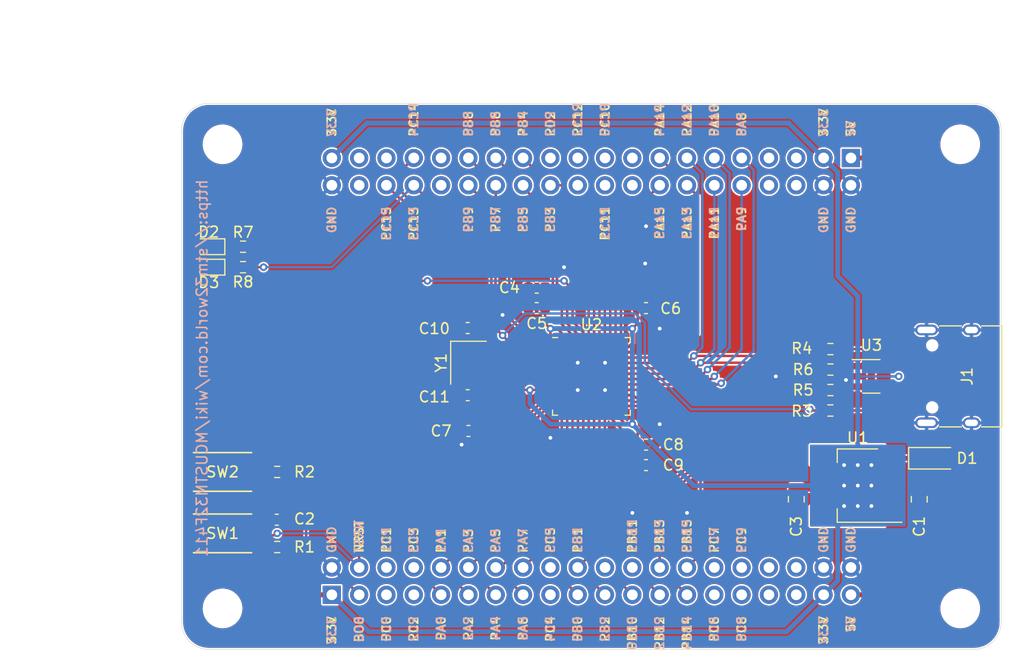
<source format=kicad_pcb>
(kicad_pcb (version 20211014) (generator pcbnew)
  (title_block (title "MCUSTM32F405") (rev "a") (company "STM32World") (comment 1 "lth@stm32world.com") (comment 2 "Lars Boegild Thomsen"))
  (layers (0 "F.Cu" signal) (31 "B.Cu" signal) (34 "B.Paste" user) (35 "F.Paste" user) (36 "B.SilkS" user "B.Silkscreen") (37 "F.SilkS" user "F.Silkscreen") (38 "B.Mask" user) (39 "F.Mask" user) (44 "Edge.Cuts" user))
  (net 0 "")
  (net 1 "+3V3")
  (net 2 "GND")
  (net 3 "PB9")
  (net 4 "PB8")
  (net 5 "PB7")
  (net 6 "PB6")
  (net 7 "PB5")
  (net 8 "PB4")
  (net 9 "PB3")
  (net 10 "Net-(C9-Pad1)")
  (net 14 "PA15")
  (net 15 "PA14")
  (net 16 "PA13")
  (net 17 "PA12")
  (net 18 "PA11")
  (net 19 "PA10")
  (net 20 "PA9")
  (net 21 "PA8")
  (net 26 "PB15")
  (net 27 "PB14")
  (net 28 "PB13")
  (net 29 "PB12")
  (net 31 "PB10")
  (net 32 "PB2")
  (net 33 "PB1")
  (net 34 "PB0")
  (net 37 "PA7")
  (net 38 "PA6")
  (net 39 "PA5")
  (net 40 "PA4")
  (net 41 "PA3")
  (net 42 "PA2")
  (net 43 "PA1")
  (net 44 "PA0")
  (net 49 "NRST")
  (net 50 "PC15")
  (net 51 "PC14")
  (net 52 "PC13")
  (net 53 "+5V")
  (net 55 "VBUS")
  (net 56 "Net-(D2-Pad1)")
  (net 57 "Net-(D3-Pad1)")
  (net 58 "BO0")
  (net 59 "Net-(C10-Pad1)")
  (net 61 "Net-(J1-PadA5)")
  (net 62 "Net-(J1-PadA7)")
  (net 63 "Net-(J1-PadA6)")
  (net 65 "Net-(J1-PadB5)")
  (net 83 "Net-(C11-Pad1)")
  (footprint "Diode_SMD:D_SOD-123" (layer "F.Cu") (at 184.15 109.22)
    (fp_text reference "D1")
    (fp_text value "~")
  )
  (footprint "stm32world:USB_C_Receptacle_HRO_TYPE-C-31-M-12" (layer "F.Cu") (at 186.69 101.6 90)
    (fp_text reference "J1")
    (fp_text value "~")
  )
  (footprint "stm32world:TS-1088R-02526" (layer "F.Cu") (at 118.11 116.205)
    (fp_text reference "SW1")
    (fp_text value "~")
  )
  (footprint "stm32world:TS-1088R-02526" (layer "F.Cu") (at 118.11 110.49 180)
    (fp_text reference "SW2")
    (fp_text value "~")
  )
  (footprint "Capacitor_SMD:C_0603_1608Metric" (layer "F.Cu") (at 147.32 95.25 180)
    (fp_text reference "C5")
    (fp_text value "C_100NF_0603")
  )
  (footprint "Capacitor_SMD:C_0603_1608Metric" (layer "F.Cu") (at 157.48 95.25)
    (fp_text reference "C6")
    (fp_text value "C_100NF_0603")
  )
  (footprint "Capacitor_SMD:C_0603_1608Metric" (layer "F.Cu") (at 140.97 106.68 180)
    (fp_text reference "C7")
    (fp_text value "C_100NF_0603")
  )
  (footprint "Capacitor_SMD:C_0603_1608Metric" (layer "F.Cu") (at 157.48 107.95)
    (fp_text reference "C8")
    (fp_text value "C_100NF_0603")
  )
  (footprint "Package_TO_SOT_SMD:SOT-223-3_TabPin2" (layer "F.Cu") (at 177.165 111.76 180)
    (fp_text reference "U1")
    (fp_text value "AMS1117-3.3")
  )
  (footprint "Capacitor_SMD:C_0805_2012Metric" (layer "F.Cu") (at 182.88 113.03 -90)
    (fp_text reference "C1")
    (fp_text value "C_10UF_0805")
  )
  (footprint "Capacitor_SMD:C_0603_1608Metric" (layer "F.Cu") (at 123.15 114.935)
    (fp_text reference "C2")
    (fp_text value "C_100NF_0603")
  )
  (footprint "Resistor_SMD:R_0603_1608Metric" (layer "F.Cu") (at 174.625 102.87)
    (fp_text reference "R5")
    (fp_text value "R_22_0603")
  )
  (footprint "Resistor_SMD:R_0603_1608Metric" (layer "F.Cu") (at 174.625 100.965)
    (fp_text reference "R6")
    (fp_text value "R_22_0603")
  )
  (footprint "LED_SMD:LED_0603_1608Metric" (layer "F.Cu") (at 116.84 89.535 180)
    (fp_text reference "D2")
    (fp_text value "LED_GREEN_0603")
  )
  (footprint "LED_SMD:LED_0603_1608Metric" (layer "F.Cu") (at 116.84 91.44 180)
    (fp_text reference "D3")
    (fp_text value "LED_BLUE_0603")
  )
  (footprint "Resistor_SMD:R_0603_1608Metric" (layer "F.Cu") (at 174.625 104.775)
    (fp_text reference "R3")
    (fp_text value "R_5.1K_0603")
  )
  (footprint "Resistor_SMD:R_0603_1608Metric" (layer "F.Cu") (at 174.625 99.06)
    (fp_text reference "R4")
    (fp_text value "R_5.1K_0603")
  )
  (footprint "Resistor_SMD:R_0603_1608Metric" (layer "F.Cu") (at 120.015 89.535)
    (fp_text reference "R7")
    (fp_text value "R_220_0603")
  )
  (footprint "Resistor_SMD:R_0603_1608Metric" (layer "F.Cu") (at 120.015 91.44)
    (fp_text reference "R8")
    (fp_text value "R_220_0603")
  )
  (footprint "Capacitor_SMD:C_0603_1608Metric" (layer "F.Cu") (at 140.9 97.1)
    (fp_text reference "C10")
    (fp_text value "C_20PF_0603")
  )
  (footprint "Capacitor_SMD:C_0603_1608Metric" (layer "F.Cu") (at 140.9 103.35 180)
    (fp_text reference "C11")
    (fp_text value "C_20PF_0603")
  )
  (footprint "stm32world:STM32WORLD_BASE" (layer "F.Cu") (at 152.4 101.6)
    (fp_text reference "J2" hide)
    (fp_text value "STM32WORLD_BASE")
  )
  (footprint "Package_TO_SOT_SMD:SOT-23-6" (layer "F.Cu") (at 178.435 101.6)
    (fp_text reference "U3")
    (fp_text value "SRV05-4")
  )
  (footprint "Capacitor_SMD:C_0603_1608Metric" (layer "F.Cu") (at 147.32 93.345 180)
    (fp_text reference "C4")
    (fp_text value "C_1UF_0603")
  )
  (footprint "Resistor_SMD:R_0603_1608Metric" (layer "F.Cu") (at 123.19 117.475 180)
    (fp_text reference "R1")
    (fp_text value "R_10K_0603")
  )
  (footprint "Resistor_SMD:R_0603_1608Metric" (layer "F.Cu") (at 123.19 110.49)
    (fp_text reference "R2")
    (fp_text value "R_10K_0603")
  )
  (footprint "Crystal:Crystal_SMD_3225-4Pin_3.2x2.5mm" (layer "F.Cu") (at 140.97 100.33 -90)
    (fp_text reference "Y1")
    (fp_text value "X_16MHZ")
  )
  (footprint "Capacitor_SMD:C_0805_2012Metric" (layer "F.Cu") (at 171.45 113.03 -90)
    (fp_text reference "C3")
    (fp_text value "C_10UF_0805")
  )
  (footprint "Capacitor_SMD:C_0603_1608Metric" (layer "F.Cu") (at 157.48 109.855)
    (fp_text reference "C9")
    (fp_text value "C_4.7UF_0603")
  )
  (footprint "Package_DFN_QFN:QFN-48-1EP_7x7mm_P0.5mm_EP5.6x5.6mm" (layer "F.Cu") (at 152.4 101.6)
    (fp_text reference "U2")
    (fp_text value "STM32F411CEUx")
  )
  (gr_line (start 114.3 124.46) (end 114.3 78.74) (layer "Edge.Cuts") (width 0.05))
  (gr_line (start 116.84 76.2) (end 187.96 76.2) (layer "Edge.Cuts") (width 0.05))
  (gr_line (start 187.96 127) (end 116.84 127) (layer "Edge.Cuts") (width 0.05))
  (gr_arc (start 116.84 127) (mid 115.043949 126.256051) (end 114.3 124.46) (layer "Edge.Cuts") (width 0.05))
  (gr_arc (start 190.5 124.46) (mid 189.756051 126.256051) (end 187.96 127) (layer "Edge.Cuts") (width 0.05))
  (gr_line (start 190.5 78.74) (end 190.5 124.46) (layer "Edge.Cuts") (width 0.05))
  (gr_arc (start 187.96 76.2) (mid 189.756051 76.943949) (end 190.5 78.74) (layer "Edge.Cuts") (width 0.05))
  (gr_arc (start 114.3 78.74) (mid 115.043949 76.943949) (end 116.84 76.2) (layer "Edge.Cuts") (width 0.05))
  (segment (start 155.15 105.0375) (end 155.15 105.62) (width 0.2286) (layer "F.Cu") (net 1))
  (segment (start 148.59 98.4775) (end 148.9625 98.85) (width 0.2286) (layer "F.Cu") (net 1))
  (segment (start 156.705 107.95) (end 156.705 106.54) (width 0.2286) (layer "F.Cu") (net 1))
  (segment (start 179.535 101.6) (end 180.975 101.6) (width 0.2286) (layer "F.Cu") (net 1))
  (segment (start 155.575 106.045) (end 156.21 106.045) (width 0.2286) (layer "F.Cu") (net 1))
  (segment (start 156.705 96.66) (end 156.21 97.155) (width 0.2286) (layer "F.Cu") (net 1))
  (segment (start 149.65 97.58) (end 149.225 97.155) (width 0.2286) (layer "F.Cu") (net 1))
  (segment (start 149.225 97.155) (end 148.59 97.155) (width 0.2286) (layer "F.Cu") (net 1))
  (segment (start 148.095 96.66) (end 148.59 97.155) (width 0.2286) (layer "F.Cu") (net 1))
  (segment (start 141.745 105.455) (end 141.745 106.68) (width 0.2286) (layer "F.Cu") (net 1))
  (segment (start 146.665 102.85) (end 146.685 102.87) (width 0.2286) (layer "F.Cu") (net 1))
  (segment (start 118.947988 117.623525) (end 121.947231 120.622769) (width 0.4572) (layer "F.Cu") (net 1))
  (segment (start 115.91 110.49) (end 118.947988 113.527988) (width 0.4572) (layer "F.Cu") (net 1))
  (segment (start 148.095 95.25) (end 148.095 96.66) (width 0.2286) (layer "F.Cu") (net 1))
  (segment (start 156.21 98.4775) (end 156.21 97.155) (width 0.2286) (layer "F.Cu") (net 1))
  (segment (start 148.9625 102.85) (end 146.705 102.85) (width 0.2286) (layer "F.Cu") (net 1))
  (segment (start 144.35 102.85) (end 146.665 102.85) (width 0.2286) (layer "F.Cu") (net 1))
  (segment (start 116.0525 89.535) (end 116.0525 110.3475) (width 0.4572) (layer "F.Cu") (net 1))
  (segment (start 155.15 105.62) (end 155.575 106.045) (width 0.2286) (layer "F.Cu") (net 1))
  (segment (start 148.095 93.345) (end 148.095 95.25) (width 0.2286) (layer "F.Cu") (net 1))
  (segment (start 148.59 97.155) (end 148.59 98.4775) (width 0.2286) (layer "F.Cu") (net 1))
  (segment (start 124.015 117.475) (end 124.015 118.555) (width 0.2286) (layer "F.Cu") (net 1))
  (segment (start 156.705 106.54) (end 156.21 106.045) (width 0.2286) (layer "F.Cu") (net 1))
  (segment (start 156.705 95.25) (end 156.705 96.66) (width 0.2286) (layer "F.Cu") (net 1))
  (segment (start 146.705 102.85) (end 146.685 102.87) (width 0.2286) (layer "F.Cu") (net 1))
  (segment (start 155.8375 98.85) (end 156.21 98.4775) (width 0.2286) (layer "F.Cu") (net 1))
  (segment (start 124.015 118.555) (end 121.947231 120.622769) (width 0.2286) (layer "F.Cu") (net 1))
  (segment (start 121.947231 120.622769) (end 123.244463 121.92) (width 0.4572) (layer "F.Cu") (net 1))
  (segment (start 123.244463 121.92) (end 128.27 121.92) (width 0.4572) (layer "F.Cu") (net 1))
  (segment (start 118.947988 113.527988) (end 118.947988 117.623525) (width 0.4572) (layer "F.Cu") (net 1))
  (segment (start 171.45 112.08) (end 173.695 112.08) (width 0.4572) (layer "F.Cu") (net 1))
  (segment (start 149.65 98.1625) (end 149.65 97.58) (width 0.2286) (layer "F.Cu") (net 1))
  (segment (start 178.435 111.76) (end 180.315 111.76) (width 0.4572) (layer "F.Cu") (net 1))
  (segment (start 144.35 102.85) (end 141.745 105.455) (width 0.2286) (layer "F.Cu") (net 1))
  (via locked (at 178.435 109.855) (size 0.7) (drill 0.35) (layers "F.Cu" "B.Cu") (net 1))
  (via locked (at 177.165 109.855) (size 0.7) (drill 0.35) (layers "F.Cu" "B.Cu") (net 1))
  (via locked (at 175.895 109.855) (size 0.7) (drill 0.35) (layers "F.Cu" "B.Cu") (net 1))
  (via locked (at 175.895 113.665) (size 0.7) (drill 0.35) (layers "F.Cu" "B.Cu") (net 1))
  (via locked (at 177.165 113.665) (size 0.7) (drill 0.35) (layers "F.Cu" "B.Cu") (net 1))
  (via locked (at 178.435 113.665) (size 0.7) (drill 0.35) (layers "F.Cu" "B.Cu") (net 1))
  (via locked (at 148.59 97.155) (size 0.7) (drill 0.35) (layers "F.Cu" "B.Cu") (net 1))
  (via locked (at 156.21 97.155) (size 0.7) (drill 0.35) (layers "F.Cu" "B.Cu") (net 1))
  (via (at 180.975 101.6) (size 0.7) (drill 0.35) (layers "F.Cu" "B.Cu") (net 1))
  (via locked (at 175.895 111.76) (size 0.7) (drill 0.35) (layers "F.Cu" "B.Cu") (net 1))
  (via locked (at 156.21 106.045) (size 0.7) (drill 0.35) (layers "F.Cu" "B.Cu") (net 1))
  (via locked (at 177.165 111.76) (size 0.7) (drill 0.35) (layers "F.Cu" "B.Cu") (net 1))
  (via (at 178.435 111.76) (size 0.7) (drill 0.35) (layers "F.Cu" "B.Cu") (net 1))
  (via locked (at 146.685 102.87) (size 0.7) (drill 0.35) (layers "F.Cu" "B.Cu") (net 1))
  (segment (start 177.165 101.6) (end 180.975 101.6) (width 0.2286) (layer "B.Cu") (net 1))
  (segment (start 177.165 94.125) (end 177.165 101.6) (width 0.4572) (layer "B.Cu") (net 1))
  (segment (start 148.59 106.045) (end 146.685 104.14) (width 0.4572) (layer "B.Cu") (net 1))
  (segment (start 175.298999 82.588999) (end 175.298999 92.258999) (width 0.4572) (layer "B.Cu") (net 1))
  (segment (start 170.74 78.03) (end 131.52 78.03) (width 0.4572) (layer "B.Cu") (net 1))
  (segment (start 173.99 121.92) (end 170.56 125.35) (width 0.4572) (layer "B.Cu") (net 1))
  (segment (start 173.99 81.28) (end 175.298999 82.588999) (width 0.4572) (layer "B.Cu") (net 1))
  (segment (start 161.925 111.76) (end 177.165 111.76) (width 0.4572) (layer "B.Cu") (net 1))
  (segment (start 175.298999 115.531001) (end 175.298999 120.611001) (width 0.4572) (layer "B.Cu") (net 1))
  (segment (start 156.21 97.155) (end 148.59 97.155) (width 0.4572) (layer "B.Cu") (net 1))
  (segment (start 175.298999 92.258999) (end 177.165 94.125) (width 0.4572) (layer "B.Cu") (net 1))
  (segment (start 177.165 113.665) (end 175.298999 115.531001) (width 0.4572) (layer "B.Cu") (net 1))
  (segment (start 156.21 106.045) (end 148.59 106.045) (width 0.4572) (layer "B.Cu") (net 1))
  (segment (start 175.298999 120.611001) (end 173.99 121.92) (width 0.4572) (layer "B.Cu") (net 1))
  (segment (start 170.56 125.35) (end 131.7 125.35) (width 0.4572) (layer "B.Cu") (net 1))
  (segment (start 146.685 104.14) (end 146.685 102.87) (width 0.4572) (layer "B.Cu") (net 1))
  (segment (start 131.7 125.35) (end 128.27 121.92) (width 0.4572) (layer "B.Cu") (net 1))
  (segment (start 161.925 111.76) (end 156.21 106.045) (width 0.4572) (layer "B.Cu") (net 1))
  (segment (start 173.99 81.28) (end 170.74 78.03) (width 0.4572) (layer "B.Cu") (net 1))
  (segment (start 131.52 78.03) (end 128.27 81.28) (width 0.4572) (layer "B.Cu") (net 1))
  (segment (start 177.165 101.6) (end 177.165 109.855) (width 0.4572) (layer "B.Cu") (net 1))
  (segment (start 156.21 106.045) (end 156.21 97.155) (width 0.4572) (layer "B.Cu") (net 1))
  (segment (start 155.8375 99.35) (end 154.65 99.35) (width 0.2286) (layer "F.Cu") (net 2))
  (segment (start 148.9625 102.35) (end 151.65 102.35) (width 0.2286) (layer "F.Cu") (net 2))
  (segment (start 150.15 98.1625) (end 150.15 99.35) (width 0.2286) (layer "F.Cu") (net 2))
  (segment (start 154.65 105.0375) (end 154.65 103.85) (width 0.2286) (layer "F.Cu") (net 2))
  (via locked (at 158.75 106.045) (size 0.7) (drill 0.35) (layers "F.Cu" "B.Cu") (net 2))
  (via (at 156.21 114.3) (size 0.7) (drill 0.35) (layers "F.Cu" "B.Cu") (net 2))
  (via (at 161.29 114.3) (size 0.7) (drill 0.35) (layers "F.Cu" "B.Cu") (net 2))
  (via (at 151.13 102.87) (size 0.7) (drill 0.35) (layers "F.Cu" "B.Cu") (net 2))
  (via (at 157.4 91.1) (size 0.7) (drill 0.35) (layers "F.Cu" "B.Cu") (net 2))
  (via (at 176.07 101.9338) (size 0.7) (drill 0.35) (layers "F.Cu" "B.Cu") (net 2))
  (via locked (at 148.59 107.315) (size 0.7) (drill 0.35) (layers "F.Cu" "B.Cu") (net 2))
  (via (at 157.48 87.63) (size 0.7) (drill 0.35) (layers "F.Cu" "B.Cu") (net 2))
  (via (at 158.75 97.155) (size 0.7) (drill 0.35) (layers "F.Cu" "B.Cu") (net 2))
  (via (at 151.13 100.33) (size 0.7) (drill 0.35) (layers "F.Cu" "B.Cu") (net 2))
  (via (at 140.335 107.95) (size 0.7) (drill 0.35) (layers "F.Cu" "B.Cu") (net 2))
  (via (at 149.86 91.44) (size 0.7) (drill 0.35) (layers "F.Cu" "B.Cu") (net 2))
  (via (at 153.67 102.87) (size 0.7) (drill 0.35) (layers "F.Cu" "B.Cu") (net 2))
  (via (at 169.545 101.6) (size 0.7) (drill 0.35) (layers "F.Cu" "B.Cu") (net 2))
  (via (at 153.67 100.33) (size 0.7) (drill 0.35) (layers "F.Cu" "B.Cu") (net 2))
  (via locked (at 144.145 95.885) (size 0.7) (drill 0.35) (layers "F.Cu" "B.Cu") (net 2))
  (segment (start 148.816725 89.892831) (end 148.816725 93.118275) (width 0.2286) (layer "F.Cu") (net 3))
  (segment (start 140.97 83.82) (end 144.281022 87.131022) (width 0.2286) (layer "F.Cu") (net 3))
  (segment (start 144.281022 87.131022) (end 146.054916 87.131022) (width 0.2286) (layer "F.Cu") (net 3))
  (segment (start 146.054916 87.131022) (end 148.816725 89.892831) (width 0.2286) (layer "F.Cu") (net 3))
  (segment (start 150.65 97.76012) (end 150.65 98.1625) (width 0.2286) (layer "F.Cu") (net 3))
  (segment (start 148.816725 93.118275) (end 149.65 93.95155) (width 0.2286) (layer "F.Cu") (net 3))
  (segment (start 149.65 93.95155) (end 149.65 96.76012) (width 0.2286) (layer "F.Cu") (net 3))
  (segment (start 149.65 96.76012) (end 150.65 97.76012) (width 0.2286) (layer "F.Cu") (net 3))
  (segment (start 144.337821 86.518991) (end 142.215581 84.396751) (width 0.2286) (layer "F.Cu") (net 4))
  (segment (start 151.15 97.692578) (end 150.15 96.692578) (width 0.2286) (layer "F.Cu") (net 4))
  (segment (start 150.15 96.692578) (end 150.15 93.91272) (width 0.2286) (layer "F.Cu") (net 4))
  (segment (start 142.215581 82.525581) (end 140.97 81.28) (width 0.2286) (layer "F.Cu") (net 4))
  (segment (start 142.215581 84.396751) (end 142.215581 82.525581) (width 0.2286) (layer "F.Cu") (net 4))
  (segment (start 151.15 98.1625) (end 151.15 97.692578) (width 0.2286) (layer "F.Cu") (net 4))
  (segment (start 150.15 93.91272) (end 149.197736 92.960456) (width 0.2286) (layer "F.Cu") (net 4))
  (segment (start 145.981009 86.518991) (end 144.337821 86.518991) (width 0.2286) (layer "F.Cu") (net 4))
  (segment (start 149.197736 92.960456) (end 149.197736 89.735718) (width 0.2286) (layer "F.Cu") (net 4))
  (segment (start 149.197736 89.735718) (end 145.981009 86.518991) (width 0.2286) (layer "F.Cu") (net 4))
  (segment (start 146.277711 85.317711) (end 143.80563 85.317711) (width 0.2286) (layer "F.Cu") (net 5))
  (segment (start 150.589734 86.079734) (end 147.039734 86.079734) (width 0.2286) (layer "F.Cu") (net 5))
  (segment (start 152.15 98.1625) (end 152.15 87.64) (width 0.2286) (layer "F.Cu") (net 5))
  (segment (start 147.039734 86.079734) (end 146.277711 85.317711) (width 0.2286) (layer "F.Cu") (net 5))
  (segment (start 143.80563 85.317711) (end 143.51 85.022081) (width 0.2286) (layer "F.Cu") (net 5))
  (segment (start 143.51 85.022081) (end 143.51 83.82) (width 0.2286) (layer "F.Cu") (net 5))
  (segment (start 152.15 87.64) (end 150.589734 86.079734) (width 0.2286) (layer "F.Cu") (net 5))
  (segment (start 144.626701 84.590211) (end 144.97319 84.9367) (width 0.2286) (layer "F.Cu") (net 6))
  (segment (start 144.97319 84.9367) (end 146.43553 84.9367) (width 0.2286) (layer "F.Cu") (net 6))
  (segment (start 143.51 81.28) (end 144.626701 82.396701) (width 0.2286) (layer "F.Cu") (net 6))
  (segment (start 150.747347 85.699223) (end 152.65 87.601876) (width 0.2286) (layer "F.Cu") (net 6))
  (segment (start 152.65 87.601876) (end 152.65 98.1625) (width 0.2286) (layer "F.Cu") (net 6))
  (segment (start 144.626701 82.396701) (end 144.626701 84.590211) (width 0.2286) (layer "F.Cu") (net 6))
  (segment (start 146.43553 84.9367) (end 147.197553 85.698723) (width 0.2286) (layer "F.Cu") (net 6))
  (segment (start 149.734353 85.698723) (end 149.734853 85.699223) (width 0.2286) (layer "F.Cu") (net 6))
  (segment (start 147.197553 85.698723) (end 149.734353 85.698723) (width 0.2286) (layer "F.Cu") (net 6))
  (segment (start 149.734853 85.699223) (end 150.747347 85.699223) (width 0.2286) (layer "F.Cu") (net 6))
  (segment (start 146.05 84.01234) (end 147.355372 85.317712) (width 0.2286) (layer "F.Cu") (net 7))
  (segment (start 149.891466 85.317712) (end 149.892466 85.318712) (width 0.2286) (layer "F.Cu") (net 7))
  (segment (start 150.90496 85.318712) (end 151.575225 85.988978) (width 0.2286) (layer "F.Cu") (net 7))
  (segment (start 153.15 87.433751) (end 153.15 98.1625) (width 0.2286) (layer "F.Cu") (net 7))
  (segment (start 147.355372 85.317712) (end 149.891466 85.317712) (width 0.2286) (layer "F.Cu") (net 7))
  (segment (start 149.892466 85.318712) (end 150.90496 85.318712) (width 0.2286) (layer "F.Cu") (net 7))
  (segment (start 151.575225 85.988978) (end 151.705227 85.988978) (width 0.2286) (layer "F.Cu") (net 7))
  (segment (start 151.705227 85.988978) (end 153.15 87.433751) (width 0.2286) (layer "F.Cu") (net 7))
  (segment (start 147.166701 82.396701) (end 147.166701 84.590211) (width 0.2286) (layer "F.Cu") (net 8))
  (segment (start 153.530511 87.276153) (end 153.65 87.395642) (width 0.2286) (layer "F.Cu") (net 8))
  (segment (start 151.191073 84.936701) (end 153.530511 87.276139) (width 0.2286) (layer "F.Cu") (net 8))
  (segment (start 153.530511 87.276139) (end 153.530511 87.276153) (width 0.2286) (layer "F.Cu") (net 8))
  (segment (start 153.65 87.395642) (end 153.65 98.1625) (width 0.2286) (layer "F.Cu") (net 8))
  (segment (start 147.513191 84.936701) (end 151.191073 84.936701) (width 0.2286) (layer "F.Cu") (net 8))
  (segment (start 146.05 81.28) (end 147.166701 82.396701) (width 0.2286) (layer "F.Cu") (net 8))
  (segment (start 147.166701 84.590211) (end 147.513191 84.936701) (width 0.2286) (layer "F.Cu") (net 8))
  (segment (start 148.59 83.82) (end 149.792081 83.82) (width 0.2286) (layer "F.Cu") (net 9))
  (segment (start 150.667649 82.703789) (end 151.592351 82.703789) (width 0.2286) (layer "F.Cu") (net 9))
  (segment (start 152.246211 84.282351) (end 154.15 86.18614) (width 0.2286) (layer "F.Cu") (net 9))
  (segment (start 150.013789 83.357649) (end 150.667649 82.703789) (width 0.2286) (layer "F.Cu") (net 9))
  (segment (start 149.792081 83.82) (end 150.013789 83.598292) (width 0.2286) (layer "F.Cu") (net 9))
  (segment (start 151.592351 82.703789) (end 152.246211 83.357649) (width 0.2286) (layer "F.Cu") (net 9))
  (segment (start 154.15 86.18614) (end 154.15 98.1625) (width 0.2286) (layer "F.Cu") (net 9))
  (segment (start 152.246211 83.357649) (end 152.246211 84.282351) (width 0.2286) (layer "F.Cu") (net 9))
  (segment (start 150.013789 83.598292) (end 150.013789 83.357649) (width 0.2286) (layer "F.Cu") (net 9))
  (segment (start 155.98878 109.13878) (end 155.98878 107.27866) (width 0.2286) (layer "F.Cu") (net 10))
  (segment (start 156.705 109.855) (end 155.98878 109.13878) (width 0.2286) (layer "F.Cu") (net 10))
  (segment (start 155.98878 107.27866) (end 154.15 105.43988) (width 0.2286) (layer "F.Cu") (net 10))
  (segment (start 154.15 105.43988) (end 154.15 105.0375) (width 0.2286) (layer "F.Cu") (net 10))
  (segment (start 157.225511 85.344489) (end 155.725949 85.344489) (width 0.2286) (layer "F.Cu") (net 14))
  (segment (start 154.65 86.420438) (end 154.65 98.1625) (width 0.2286) (layer "F.Cu") (net 14))
  (segment (start 158.75 83.82) (end 157.225511 85.344489) (width 0.2286) (layer "F.Cu") (net 14))
  (segment (start 155.725949 85.344489) (end 154.65 86.420438) (width 0.2286) (layer "F.Cu") (net 14))
  (segment (start 155.883562 85.725) (end 158.423562 85.725) (width 0.2286) (layer "F.Cu") (net 15))
  (segment (start 160.02 82.55) (end 158.75 81.28) (width 0.2286) (layer "F.Cu") (net 15))
  (segment (start 158.423562 85.725) (end 160.02 84.128562) (width 0.2286) (layer "F.Cu") (net 15))
  (segment (start 155.15 86.458562) (end 155.883562 85.725) (width 0.2286) (layer "F.Cu") (net 15))
  (segment (start 160.02 84.128562) (end 160.02 82.55) (width 0.2286) (layer "F.Cu") (net 15))
  (segment (start 155.15 98.1625) (end 155.15 86.458562) (width 0.2286) (layer "F.Cu") (net 15))
  (segment (start 162.306009 97.643991) (end 162.306009 84.836009) (width 0.2286) (layer "F.Cu") (net 16))
  (segment (start 162.306009 84.836009) (end 161.29 83.82) (width 0.2286) (layer "F.Cu") (net 16))
  (segment (start 160.1 99.85) (end 162.306009 97.643991) (width 0.2286) (layer "F.Cu") (net 16))
  (segment (start 155.8375 99.85) (end 160.1 99.85) (width 0.2286) (layer "F.Cu") (net 16))
  (segment (start 161.27 100.35) (end 161.925 99.695) (width 0.2286) (layer "F.Cu") (net 17))
  (segment (start 173.005 99.695) (end 161.925 99.695) (width 0.2286) (layer "F.Cu") (net 17))
  (segment (start 173.8 100.965) (end 173.8 100.49) (width 0.2286) (layer "F.Cu") (net 17))
  (segment (start 155.8375 100.35) (end 161.27 100.35) (width 0.2286) (layer "F.Cu") (net 17))
  (segment (start 173.8 100.49) (end 173.005 99.695) (width 0.2286) (layer "F.Cu") (net 17))
  (via (at 161.925 99.695) (size 0.7) (drill 0.35) (layers "F.Cu" "B.Cu") (net 17))
  (segment (start 161.29 81.28) (end 162.713299 82.703299) (width 0.2286) (layer "B.Cu") (net 17))
  (segment (start 162.713299 98.906701) (end 161.925 99.695) (width 0.2286) (layer "B.Cu") (net 17))
  (segment (start 162.713299 82.703299) (end 162.713299 98.906701) (width 0.2286) (layer "B.Cu") (net 17))
  (segment (start 155.8375 100.85) (end 162.04 100.85) (width 0.2286) (layer "F.Cu") (net 18))
  (segment (start 173.8 102.87) (end 173.8 102.395) (width 0.2286) (layer "F.Cu") (net 18))
  (segment (start 173.8 102.395) (end 171.735 100.33) (width 0.2286) (layer "F.Cu") (net 18))
  (segment (start 162.04 100.85) (end 162.56 100.33) (width 0.2286) (layer "F.Cu") (net 18))
  (segment (start 171.735 100.33) (end 162.56 100.33) (width 0.2286) (layer "F.Cu") (net 18))
  (via locked (at 162.56 100.33) (size 0.7) (drill 0.35) (layers "F.Cu" "B.Cu") (net 18))
  (segment (start 162.56 100.33) (end 163.83 99.06) (width 0.2286) (layer "B.Cu") (net 18))
  (segment (start 163.83 83.82) (end 163.83 99.06) (width 0.2286) (layer "B.Cu") (net 18))
  (segment (start 155.8375 101.35) (end 162.81 101.35) (width 0.2286) (layer "F.Cu") (net 19))
  (segment (start 162.81 101.35) (end 163.195 100.965) (width 0.2286) (layer "F.Cu") (net 19))
  (via locked (at 163.195 100.965) (size 0.7) (drill 0.35) (layers "F.Cu" "B.Cu") (net 19))
  (segment (start 165.253299 82.703299) (end 163.83 81.28) (width 0.2286) (layer "B.Cu") (net 19))
  (segment (start 165.253299 98.906701) (end 165.253299 82.703299) (width 0.2286) (layer "B.Cu") (net 19))
  (segment (start 163.195 100.965) (end 165.253299 98.906701) (width 0.2286) (layer "B.Cu") (net 19))
  (segment (start 155.8375 101.85) (end 163.58 101.85) (width 0.2286) (layer "F.Cu") (net 20))
  (segment (start 163.58 101.85) (end 163.83 101.6) (width 0.2286) (layer "F.Cu") (net 20))
  (via locked (at 163.83 101.6) (size 0.7) (drill 0.35) (layers "F.Cu" "B.Cu") (net 20))
  (segment (start 163.83 101.6) (end 166.37 99.06) (width 0.2286) (layer "B.Cu") (net 20))
  (segment (start 166.37 99.06) (end 166.37 83.82) (width 0.2286) (layer "B.Cu") (net 20))
  (segment (start 155.8375 102.35) (end 164.35 102.35) (width 0.2286) (layer "F.Cu") (net 21))
  (segment (start 164.35 102.35) (end 164.465 102.235) (width 0.2286) (layer "F.Cu") (net 21))
  (via locked (at 164.465 102.235) (size 0.7) (drill 0.35) (layers "F.Cu" "B.Cu") (net 21))
  (segment (start 164.465 102.235) (end 167.486701 99.213299) (width 0.2286) (layer "B.Cu") (net 21))
  (segment (start 167.486701 99.213299) (end 167.486701 82.396701) (width 0.2286) (layer "B.Cu") (net 21))
  (segment (start 167.486701 82.396701) (end 166.37 81.28) (width 0.2286) (layer "B.Cu") (net 21))
  (segment (start 162.549206 106.68) (end 159.077673 103.208467) (width 0.2286) (layer "F.Cu") (net 26))
  (segment (start 161.29 119.38) (end 162.549206 118.120794) (width 0.2286) (layer "F.Cu") (net 26))
  (segment (start 162.549206 118.120794) (end 162.549206 106.68) (width 0.2286) (layer "F.Cu") (net 26))
  (segment (start 159.077673 103.208467) (end 157.178467 103.208467) (width 0.2286) (layer "F.Cu") (net 26))
  (segment (start 156.82 102.85) (end 155.8375 102.85) (width 0.2286) (layer "F.Cu") (net 26))
  (segment (start 157.178467 103.208467) (end 156.82 102.85) (width 0.2286) (layer "F.Cu") (net 26))
  (segment (start 160.173299 120.803299) (end 160.173299 112.241701) (width 0.2286) (layer "F.Cu") (net 27))
  (segment (start 156.307422 103.35) (end 155.8375 103.35) (width 0.2286) (layer "F.Cu") (net 27))
  (segment (start 162.033723 106.703345) (end 158.919356 103.588978) (width 0.2286) (layer "F.Cu") (net 27))
  (segment (start 162.033723 110.381277) (end 162.033723 106.703345) (width 0.2286) (layer "F.Cu") (net 27))
  (segment (start 161.29 121.92) (end 160.173299 120.803299) (width 0.2286) (layer "F.Cu") (net 27))
  (segment (start 156.5464 103.588978) (end 156.307422 103.35) (width 0.2286) (layer "F.Cu") (net 27))
  (segment (start 160.173299 112.241701) (end 162.033723 110.381277) (width 0.2286) (layer "F.Cu") (net 27))
  (segment (start 158.919356 103.588978) (end 156.5464 103.588978) (width 0.2286) (layer "F.Cu") (net 27))
  (segment (start 156.359369 103.969489) (end 156.23988 103.85) (width 0.2286) (layer "F.Cu") (net 28))
  (segment (start 161.652712 110.223458) (end 161.652712 106.861873) (width 0.2286) (layer "F.Cu") (net 28))
  (segment (start 156.23988 103.85) (end 155.8375 103.85) (width 0.2286) (layer "F.Cu") (net 28))
  (segment (start 158.75 113.12617) (end 161.652712 110.223458) (width 0.2286) (layer "F.Cu") (net 28))
  (segment (start 161.652712 106.861873) (end 158.760328 103.969489) (width 0.2286) (layer "F.Cu") (net 28))
  (segment (start 158.760328 103.969489) (end 156.359369 103.969489) (width 0.2286) (layer "F.Cu") (net 28))
  (segment (start 158.75 119.38) (end 158.75 113.12617) (width 0.2286) (layer "F.Cu") (net 28))
  (segment (start 161.271701 110.065639) (end 157.633299 113.704041) (width 0.2286) (layer "F.Cu") (net 29))
  (segment (start 161.271701 107.018985) (end 161.271701 110.065639) (width 0.2286) (layer "F.Cu") (net 29))
  (segment (start 157.633299 120.803299) (end 158.75 121.92) (width 0.2286) (layer "F.Cu") (net 29))
  (segment (start 157.633299 113.704041) (end 157.633299 120.803299) (width 0.2286) (layer "F.Cu") (net 29))
  (segment (start 158.602716 104.35) (end 161.271701 107.018985) (width 0.2286) (layer "F.Cu") (net 29))
  (segment (start 155.8375 104.35) (end 158.602716 104.35) (width 0.2286) (layer "F.Cu") (net 29))
  (segment (start 155.093299 119.093299) (end 155.093299 120.803299) (width 0.2286) (layer "F.Cu") (net 31))
  (segment (start 153.65 117.65) (end 155.093299 119.093299) (width 0.2286) (layer "F.Cu") (net 31))
  (segment (start 153.65 105.0375) (end 153.65 117.65) (width 0.2286) (layer "F.Cu") (net 31))
  (segment (start 155.093299 120.803299) (end 156.21 121.92) (width 0.2286) (layer "F.Cu") (net 31))
  (segment (start 153.15 105.0375) (end 153.15 118.232898) (width 0.2286) (layer "F.Cu") (net 32))
  (segment (start 152.553299 120.803299) (end 153.67 121.92) (width 0.2286) (layer "F.Cu") (net 32))
  (segment (start 153.15 118.232898) (end 152.553299 118.8296) (width 0.2286) (layer "F.Cu") (net 32))
  (segment (start 152.553299 118.8296) (end 152.553299 120.803299) (width 0.2286) (layer "F.Cu") (net 32))
  (segment (start 152.65 117.86) (end 151.13 119.38) (width 0.2286) (layer "F.Cu") (net 33))
  (segment (start 152.65 105.0375) (end 152.65 117.86) (width 0.2286) (layer "F.Cu") (net 33))
  (segment (start 152.15 105.0375) (end 152.15 116.707282) (width 0.2286) (layer "F.Cu") (net 34))
  (segment (start 150.013299 120.803299) (end 151.13 121.92) (width 0.2286) (layer "F.Cu") (net 34))
  (segment (start 152.15 116.707282) (end 150.013299 118.843983) (width 0.2286) (layer "F.Cu") (net 34))
  (segment (start 150.013299 118.843983) (end 150.013299 120.803299) (width 0.2286) (layer "F.Cu") (net 34))
  (segment (start 146.05 119.38) (end 147.205771 118.224229) (width 0.2286) (layer "F.Cu") (net 37))
  (segment (start 148.948285 118.224229) (end 151.65 115.522514) (width 0.2286) (layer "F.Cu") (net 37))
  (segment (start 147.205771 118.224229) (end 148.948285 118.224229) (width 0.2286) (layer "F.Cu") (net 37))
  (segment (start 151.65 115.522514) (end 151.65 105.0375) (width 0.2286) (layer "F.Cu") (net 37))
  (segment (start 151.15 115.484374) (end 151.15 105.0375) (width 0.2286) (layer "F.Cu") (net 38))
  (segment (start 148.790656 117.843718) (end 151.15 115.484374) (width 0.2286) (layer "F.Cu") (net 38))
  (segment (start 146.005022 117.843718) (end 148.790656 117.843718) (width 0.2286) (layer "F.Cu") (net 38))
  (segment (start 144.933299 120.803299) (end 144.933299 118.915441) (width 0.2286) (layer "F.Cu") (net 38))
  (segment (start 144.933299 118.915441) (end 146.005022 117.843718) (width 0.2286) (layer "F.Cu") (net 38))
  (segment (start 146.05 121.92) (end 144.933299 120.803299) (width 0.2286) (layer "F.Cu") (net 38))
  (segment (start 143.930617 119.38) (end 145.84741 117.463207) (width 0.2286) (layer "F.Cu") (net 39))
  (segment (start 145.84741 117.463207) (end 148.633042 117.463207) (width 0.2286) (layer "F.Cu") (net 39))
  (segment (start 143.726246 119.38) (end 143.930617 119.38) (width 0.2286) (layer "F.Cu") (net 39))
  (segment (start 148.633042 117.463207) (end 150.65 115.446249) (width 0.2286) (layer "F.Cu") (net 39))
  (segment (start 150.65 115.446249) (end 150.65 105.0375) (width 0.2286) (layer "F.Cu") (net 39))
  (segment (start 150.15 115.408124) (end 150.15 105.0375) (width 0.2286) (layer "F.Cu") (net 40))
  (segment (start 144.519279 118.253214) (end 145.689797 117.082696) (width 0.2286) (layer "F.Cu") (net 40))
  (segment (start 148.475428 117.082696) (end 150.15 115.408124) (width 0.2286) (layer "F.Cu") (net 40))
  (segment (start 143.51 121.92) (end 142.393299 120.803299) (width 0.2286) (layer "F.Cu") (net 40))
  (segment (start 142.393299 120.803299) (end 142.393299 118.8996) (width 0.2286) (layer "F.Cu") (net 40))
  (segment (start 142.393299 118.8996) (end 143.039685 118.253214) (width 0.2286) (layer "F.Cu") (net 40))
  (segment (start 143.039685 118.253214) (end 144.519279 118.253214) (width 0.2286) (layer "F.Cu") (net 40))
  (segment (start 145.689797 117.082696) (end 148.475428 117.082696) (width 0.2286) (layer "F.Cu") (net 40))
  (segment (start 148.237815 116.702185) (end 145.532185 116.702185) (width 0.2286) (layer "F.Cu") (net 41))
  (segment (start 144.361667 117.872703) (end 142.477297 117.872703) (width 0.2286) (layer "F.Cu") (net 41))
  (segment (start 149.65 105.0375) (end 149.65 115.29) (width 0.2286) (layer "F.Cu") (net 41))
  (segment (start 142.477297 117.872703) (end 140.97 119.38) (width 0.2286) (layer "F.Cu") (net 41))
  (segment (start 149.65 115.29) (end 148.237815 116.702185) (width 0.2286) (layer "F.Cu") (net 41))
  (segment (start 145.532185 116.702185) (end 144.361667 117.872703) (width 0.2286) (layer "F.Cu") (net 41))
  (segment (start 147.462899 111.282899) (end 139.853299 118.892499) (width 0.2286) (layer "F.Cu") (net 42))
  (segment (start 148.9625 104.35) (end 148.47 104.35) (width 0.2286) (layer "F.Cu") (net 42))
  (segment (start 147.462899 105.357101) (end 147.462899 111.282899) (width 0.2286) (layer "F.Cu") (net 42))
  (segment (start 139.853299 118.892499) (end 139.853299 120.803299) (width 0.2286) (layer "F.Cu") (net 42))
  (segment (start 139.853299 120.803299) (end 140.97 121.92) (width 0.2286) (layer "F.Cu") (net 42))
  (segment (start 148.47 104.35) (end 147.462899 105.357101) (width 0.2286) (layer "F.Cu") (net 42))
  (segment (start 148.9625 103.85) (end 148.431876 103.85) (width 0.2286) (layer "F.Cu") (net 43))
  (segment (start 147.082388 105.199488) (end 147.082388 110.695736) (width 0.2286) (layer "F.Cu") (net 43))
  (segment (start 146.990511 110.819489) (end 138.43 119.38) (width 0.2286) (layer "F.Cu") (net 43))
  (segment (start 147.082388 110.695736) (end 146.990511 110.787613) (width 0.2286) (layer "F.Cu") (net 43))
  (segment (start 148.431876 103.85) (end 147.082388 105.199488) (width 0.2286) (layer "F.Cu") (net 43))
  (segment (start 146.990511 110.787613) (end 146.990511 110.819489) (width 0.2286) (layer "F.Cu") (net 43))
  (segment (start 148.393754 103.35) (end 148.9625 103.35) (width 0.2286) (layer "F.Cu") (net 44))
  (segment (start 146.701877 105.041877) (end 148.393754 103.35) (width 0.2286) (layer "F.Cu") (net 44))
  (segment (start 137.313789 118.543789) (end 137.593789 118.263789) (width 0.2286) (layer "F.Cu") (net 44))
  (segment (start 138.976211 118.263789) (end 146.701877 110.538123) (width 0.2286) (layer "F.Cu") (net 44))
  (segment (start 138.43 121.92) (end 137.313789 120.803789) (width 0.2286) (layer "F.Cu") (net 44))
  (segment (start 146.701877 110.538123) (end 146.701877 105.041877) (width 0.2286) (layer "F.Cu") (net 44))
  (segment (start 137.593789 118.263789) (end 138.976211 118.263789) (width 0.2286) (layer "F.Cu") (net 44))
  (segment (start 137.313789 120.803789) (end 137.313789 118.543789) (width 0.2286) (layer "F.Cu") (net 44))
  (segment (start 122.375 116.385) (end 120.49 116.385) (width 0.2286) (layer "F.Cu") (net 49))
  (segment (start 122.375 116.385) (end 123.01 116.385) (width 0.2286) (layer "F.Cu") (net 49))
  (segment (start 123.01 116.385) (end 123.19 116.205) (width 0.2286) (layer "F.Cu") (net 49))
  (segment (start 142.058733 104.135956) (end 139.148724 104.135956) (width 0.2286) (layer "F.Cu") (net 49))
  (segment (start 130.81 112.47468) (end 130.81 119.38) (width 0.2286) (layer "F.Cu") (net 49))
  (segment (start 122.375 116.385) (end 122.375 117.465) (width 0.2286) (layer "F.Cu") (net 49))
  (segment (start 139.148724 104.135956) (end 130.81 112.47468) (width 0.2286) (layer "F.Cu") (net 49))
  (segment (start 122.375 114.935) (end 122.375 116.385) (width 0.2286) (layer "F.Cu") (net 49))
  (segment (start 148.9625 101.85) (end 144.344689 101.85) (width 0.2286) (layer "F.Cu") (net 49))
  (segment (start 144.344689 101.85) (end 142.058733 104.135956) (width 0.2286) (layer "F.Cu") (net 49))
  (via (at 123.19 116.205) (size 0.7) (drill 0.35) (layers "F.Cu" "B.Cu") (net 49))
  (segment (start 123.19 116.205) (end 127.635 116.205) (width 0.2286) (layer "B.Cu") (net 49))
  (segment (start 127.635 116.205) (end 130.81 119.38) (width 0.2286) (layer "B.Cu") (net 49))
  (segment (start 140.18 86.4) (end 136.03 86.4) (width 0.2286) (layer "F.Cu") (net 50))
  (segment (start 143.101877 98.438123) (end 143.101877 89.321877) (width 0.2286) (layer "F.Cu") (net 50))
  (segment (start 148.9625 100.35) (end 145.013753 100.35) (width 0.2286) (layer "F.Cu") (net 50))
  (segment (start 134.53 85) (end 133.35 83.82) (width 0.2286) (layer "F.Cu") (net 50))
  (segment (start 145.013753 100.35) (end 143.101877 98.438123) (width 0.2286) (layer "F.Cu") (net 50))
  (segment (start 136.03 86.4) (end 134.63 85) (width 0.2286) (layer "F.Cu") (net 50))
  (segment (start 143.101877 89.321877) (end 140.18 86.4) (width 0.2286) (layer "F.Cu") (net 50))
  (segment (start 134.63 85) (end 134.53 85) (width 0.2286) (layer "F.Cu") (net 50))
  (segment (start 143.482388 89.164265) (end 143.482388 97.127388) (width 0.2286) (layer "F.Cu") (net 51))
  (segment (start 173.8 104.775) (end 172.847 104.775) (width 0.2286) (layer "F.Cu") (net 51))
  (segment (start 174.46671 104.10829) (end 174.46671 99.72671) (width 0.2286) (layer "F.Cu") (net 51))
  (segment (start 134.773299 84.455176) (end 136.337612 86.019489) (width 0.2286) (layer "F.Cu") (net 51))
  (segment (start 172.847 104.775) (end 172.72 104.648) (width 0.2286) (layer "F.Cu") (net 51))
  (segment (start 143.482388 97.127388) (end 144.145 97.79) (width 0.2286) (layer "F.Cu") (net 51))
  (segment (start 134.773299 82.396701) (end 134.773299 84.455176) (width 0.2286) (layer "F.Cu") (net 51))
  (segment (start 173.8 104.775) (end 174.46671 104.10829) (width 0.2286) (layer "F.Cu") (net 51))
  (segment (start 135.89 81.28) (end 134.773299 82.396701) (width 0.2286) (layer "F.Cu") (net 51))
  (segment (start 146.205 99.85) (end 148.9625 99.85) (width 0.2286) (layer "F.Cu") (net 51))
  (segment (start 174.46671 99.72671) (end 173.8 99.06) (width 0.2286) (layer "F.Cu") (net 51))
  (segment (start 140.337613 86.019489) (end 143.482388 89.164265) (width 0.2286) (layer "F.Cu") (net 51))
  (segment (start 136.337612 86.019489) (end 140.337613 86.019489) (width 0.2286) (layer "F.Cu") (net 51))
  (segment (start 144.145 97.79) (end 146.205 99.85) (width 0.2286) (layer "F.Cu") (net 51))
  (via locked (at 144.145 97.79) (size 0.7) (drill 0.35) (layers "F.Cu" "B.Cu") (net 51))
  (via (at 172.72 104.648) (size 0.7) (drill 0.35) (layers "F.Cu" "B.Cu") (net 51))
  (segment (start 146.185 95.75) (end 144.145 97.79) (width 0.2286) (layer "B.Cu") (net 51))
  (segment (start 161.668 104.648) (end 157.37 100.35) (width 0.2286) (layer "B.Cu") (net 51))
  (segment (start 156.48 95.75) (end 146.185 95.75) (width 0.2286) (layer "B.Cu") (net 51))
  (segment (start 157.37 100.35) (end 157.37 96.64) (width 0.2286) (layer "B.Cu") (net 51))
  (segment (start 172.72 104.648) (end 161.668 104.648) (width 0.2286) (layer "B.Cu") (net 51))
  (segment (start 157.37 96.64) (end 156.48 95.75) (width 0.2286) (layer "B.Cu") (net 51))
  (segment (start 144.761211 89.904964) (end 140.495225 85.638978) (width 0.2286) (layer "F.Cu") (net 52))
  (segment (start 140.495225 85.638978) (end 137.708978 85.638978) (width 0.2286) (layer "F.Cu") (net 52))
  (segment (start 137.708978 85.638978) (end 135.89 83.82) (width 0.2286) (layer "F.Cu") (net 52))
  (segment (start 147.970967 99.35) (end 144.761211 96.140244) (width 0.2286) (layer "F.Cu") (net 52))
  (segment (start 148.9625 99.35) (end 147.970967 99.35) (width 0.2286) (layer "F.Cu") (net 52))
  (segment (start 144.761211 96.140244) (end 144.761211 89.904964) (width 0.2286) (layer "F.Cu") (net 52))
  (segment (start 120.84 91.44) (end 121.92 91.44) (width 0.2286) (layer "F.Cu") (net 52))
  (via (at 121.92 91.44) (size 0.7) (drill 0.35) (layers "F.Cu" "B.Cu") (net 52))
  (segment (start 128.27 91.44) (end 135.89 83.82) (width 0.2286) (layer "B.Cu") (net 52))
  (segment (start 121.92 91.44) (end 128.27 91.44) (width 0.2286) (layer "B.Cu") (net 52))
  (segment (start 183.481001 110.201001) (end 187.613999 110.201001) (width 0.4572) (layer "F.Cu") (net 53))
  (segment (start 183.98601 115.666071) (end 183.98601 113.18601) (width 0.4572) (layer "F.Cu") (net 53))
  (segment (start 189.23 108.585) (end 189.23 90.17) (width 0.4572) (layer "F.Cu") (net 53))
  (segment (start 187.613999 110.201001) (end 189.23 108.585) (width 0.4572) (layer "F.Cu") (net 53))
  (segment (start 176.53 121.92) (end 177.732081 121.92) (width 0.4572) (layer "F.Cu") (net 53))
  (segment (start 182.5 109.22) (end 183.481001 110.201001) (width 0.4572) (layer "F.Cu") (net 53))
  (segment (start 182.5 109.22) (end 182.5 111.7) (width 0.4572) (layer "F.Cu") (net 53))
  (segment (start 183.98601 113.18601) (end 182.88 112.08) (width 0.4572) (layer "F.Cu") (net 53))
  (segment (start 180.34 81.28) (end 176.53 81.28) (width 0.4572) (layer "F.Cu") (net 53))
  (segment (start 177.732081 121.92) (end 183.98601 115.666071) (width 0.4572) (layer "F.Cu") (net 53))
  (segment (start 182.5 111.7) (end 182.88 112.08) (width 0.4572) (layer "F.Cu") (net 53))
  (segment (start 182.5 109.22) (end 180.555 109.22) (width 0.4572) (layer "F.Cu") (net 53))
  (segment (start 189.23 90.17) (end 180.34 81.28) (width 0.4572) (layer "F.Cu") (net 53))
  (segment (start 184.093912 99.80669) (end 184.093912 103.39331) (width 0.381) (layer "F.Cu") (net 55))
  (segment (start 183.437222 99.15) (end 184.093912 99.80669) (width 0.381) (layer "F.Cu") (net 55))
  (segment (start 185.8 103.86) (end 185.8 109.22) (width 0.4572) (layer "F.Cu") (net 55))
  (segment (start 184.093912 103.39331) (end 185.33331 103.39331) (width 0.4572) (layer "F.Cu") (net 55))
  (segment (start 184.093912 103.39331) (end 183.437222 104.05) (width 0.381) (layer "F.Cu") (net 55))
  (segment (start 182.645 99.15) (end 183.437222 99.15) (width 0.381) (layer "F.Cu") (net 55))
  (segment (start 185.33331 103.39331) (end 185.8 103.86) (width 0.4572) (layer "F.Cu") (net 55))
  (segment (start 183.437222 104.05) (end 182.645 104.05) (width 0.381) (layer "F.Cu") (net 55))
  (segment (start 117.6275 89.535) (end 119.19 89.535) (width 0.2286) (layer "F.Cu") (net 56))
  (segment (start 117.6275 91.44) (end 119.19 91.44) (width 0.2286) (layer "F.Cu") (net 57))
  (segment (start 137.16 92.71) (end 132.38 92.71) (width 0.2286) (layer "F.Cu") (net 58))
  (segment (start 151.65 97.492494) (end 151.65 98.1625) (width 0.2286) (layer "F.Cu") (net 58))
  (segment (start 121.1386 110.54) (end 125.883299 115.284699) (width 0.2286) (layer "F.Cu") (net 58))
  (segment (start 150.65 96.492494) (end 151.65 97.492494) (width 0.2286) (layer "F.Cu") (net 58))
  (segment (start 132.38 92.71) (end 120.31 104.78) (width 0.2286) (layer "F.Cu") (net 58))
  (segment (start 150.65 93.5) (end 150.65 96.492494) (width 0.2286) (layer "F.Cu") (net 58))
  (segment (start 120.31 104.78) (end 120.31 110.54) (width 0.2286) (layer "F.Cu") (net 58))
  (segment (start 122.68 110.49) (end 120.36 110.49) (width 0.2286) (layer "F.Cu") (net 58))
  (segment (start 149.86 92.71) (end 150.65 93.5) (width 0.2286) (layer "F.Cu") (net 58))
  (segment (start 129.693299 120.803299) (end 125.883299 120.803299) (width 0.2286) (layer "F.Cu") (net 58))
  (segment (start 130.81 121.92) (end 129.693299 120.803299) (width 0.2286) (layer "F.Cu") (net 58))
  (segment (start 120.31 110.54) (end 121.1386 110.54) (width 0.2286) (layer "F.Cu") (net 58))
  (segment (start 125.883299 115.284699) (end 125.883299 120.803299) (width 0.2286) (layer "F.Cu") (net 58))
  (via (at 149.86 92.71) (size 0.7) (drill 0.35) (layers "F.Cu" "B.Cu") (net 58))
  (via (at 137.16 92.71) (size 0.7) (drill 0.35) (layers "F.Cu" "B.Cu") (net 58))
  (segment (start 149.86 92.71) (end 137.16 92.71) (width 0.2286) (layer "B.Cu") (net 58))
  (segment (start 141.086701 100.196701) (end 142.456701 100.196701) (width 0.2286) (layer "F.Cu") (net 59))
  (segment (start 140.12 97.525) (end 140.49 97.155) (width 0.2286) (layer "F.Cu") (net 59))
  (segment (start 140.12 99.23) (end 140.12 97.525) (width 0.2286) (layer "F.Cu") (net 59))
  (segment (start 140.12 99.23) (end 141.086701 100.196701) (width 0.2286) (layer "F.Cu") (net 59))
  (segment (start 148.9625 100.85) (end 143.11 100.85) (width 0.2286) (layer "F.Cu") (net 59))
  (segment (start 143.11 100.85) (end 142.456701 100.196701) (width 0.2286) (layer "F.Cu") (net 59))
  (segment (start 182.645 102.85) (end 181.108892 102.85) (width 0.2286) (layer "F.Cu") (net 61))
  (segment (start 179.183892 104.775) (end 175.45 104.775) (width 0.2286) (layer "F.Cu") (net 61))
  (segment (start 181.108892 102.85) (end 179.183892 104.775) (width 0.2286) (layer "F.Cu") (net 61))
  (segment (start 183.636701 102.213361) (end 183.500062 102.35) (width 0.2286) (layer "F.Cu") (net 62))
  (segment (start 183.636701 101.388101) (end 183.636701 102.213361) (width 0.2286) (layer "F.Cu") (net 62))
  (segment (start 177.926701 103.141701) (end 177.335 102.55) (width 0.2286) (layer "F.Cu") (net 62))
  (segment (start 182.645 101.35) (end 183.5986 101.35) (width 0.2286) (layer "F.Cu") (net 62))
  (segment (start 177.2975 102.55) (end 175.77 102.55) (width 0.2286) (layer "F.Cu") (net 62))
  (segment (start 175.77 102.55) (end 175.45 102.87) (width 0.2286) (layer "F.Cu") (net 62))
  (segment (start 181.070062 102.35) (end 180.278361 103.141701) (width 0.2286) (layer "F.Cu") (net 62))
  (segment (start 183.5986 101.35) (end 183.636701 101.388101) (width 0.2286) (layer "F.Cu") (net 62))
  (segment (start 182.645 102.35) (end 181.070062 102.35) (width 0.2286) (layer "F.Cu") (net 62))
  (segment (start 183.500062 102.35) (end 182.645 102.35) (width 0.2286) (layer "F.Cu") (net 62))
  (segment (start 180.278361 103.141701) (end 177.926701 103.141701) (width 0.2286) (layer "F.Cu") (net 62))
  (segment (start 175.765 100.65) (end 175.45 100.965) (width 0.2286) (layer "F.Cu") (net 63))
  (segment (start 181.070062 100.85) (end 180.278361 100.058299) (width 0.2286) (layer "F.Cu") (net 63))
  (segment (start 177.335 100.65) (end 175.765 100.65) (width 0.2286) (layer "F.Cu") (net 63))
  (segment (start 177.926701 100.058299) (end 177.335 100.65) (width 0.2286) (layer "F.Cu") (net 63))
  (segment (start 181.653299 101.713361) (end 181.789938 101.85) (width 0.2286) (layer "F.Cu") (net 63))
  (segment (start 181.070062 100.85) (end 182.645 100.85) (width 0.2286) (layer "F.Cu") (net 63))
  (segment (start 181.789938 101.85) (end 182.645 101.85) (width 0.2286) (layer "F.Cu") (net 63))
  (segment (start 181.653299 100.888101) (end 181.653299 101.713361) (width 0.2286) (layer "F.Cu") (net 63))
  (segment (start 180.278361 100.058299) (end 177.926701 100.058299) (width 0.2286) (layer "F.Cu") (net 63))
  (segment (start 182.645 99.85) (end 180.608892 99.85) (width 0.2286) (layer "F.Cu") (net 65))
  (segment (start 180.608892 99.85) (end 179.818892 99.06) (width 0.2286) (layer "F.Cu") (net 65))
  (segment (start 179.818892 99.06) (end 175.45 99.06) (width 0.2286) (layer "F.Cu") (net 65))
  (segment (start 142.79 101.43) (end 141.82 101.43) (width 0.2286) (layer "F.Cu") (net 83))
  (segment (start 142.87 101.35) (end 142.79 101.43) (width 0.2286) (layer "F.Cu") (net 83))
  (segment (start 148.9625 101.35) (end 142.87 101.35) (width 0.2286) (layer "F.Cu") (net 83))
  (segment (start 141.82 101.43) (end 141.82 103.135) (width 0.2286) (layer "F.Cu") (net 83))
  (zone (net 1) (net_name "+3V3") (layer "F.Cu") (priority 1) (connect_pads (clearance 0.1524)) (min_thickness 0.1524) (fill yes (thermal_gap 0.1524) (thermal_bridge_width 0.3048))
    (polygon (pts (xy 179.705 115.57) (xy 172.72 115.57) (xy 172.72 107.95) (xy 179.705 107.95)))
  )
  (zone (net 2) (net_name "GND") (layer "F.Cu") (connect_pads (clearance 0.1524)) (min_thickness 0.1524) (fill yes (thermal_gap 0.1524) (thermal_bridge_width 0.3048))
    (polygon (pts (xy 191.135 127.635) (xy 113.665 127.635) (xy 113.665 75.565) (xy 191.135 75.565)))
  )
  (zone (net 1) (net_name "+3V3") (layer "B.Cu") (priority 1) (connect_pads (clearance 0.1524)) (min_thickness 0.1524) (fill yes (thermal_gap 0.1524) (thermal_bridge_width 0.3048))
    (polygon (pts (xy 181.61 115.57) (xy 172.72 115.57) (xy 172.72 107.95) (xy 181.61 107.95)))
  )
  (zone (net 2) (net_name "GND") (layer "B.Cu") (connect_pads (clearance 0.1524)) (min_thickness 0.1524) (fill yes (thermal_gap 0.1524) (thermal_bridge_width 0.3048))
    (polygon (pts (xy 191.77 128.27) (xy 113.03 128.27) (xy 113.03 74.93) (xy 191.77 74.93)))
  )
)
</source>
